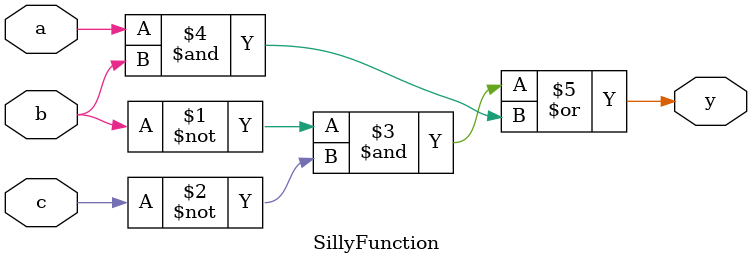
<source format=sv>

module SillyFunction(
input logic a,b,c,
output logic y
);

assign y = (~b & ~c)|(a&b);

endmodule
</source>
